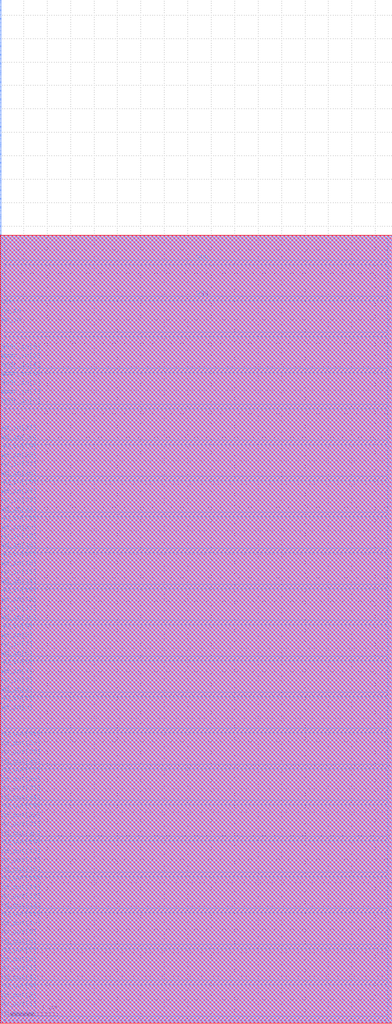
<source format=lef>
VERSION 5.7 ;
BUSBITCHARS "[]" ;
MACRO fakeram7_128x32
  FOREIGN fakeram7_128x32 0 0 ;
  SYMMETRY X Y R90 ;
  SIZE 8.360 BY 16.800 ;
  CLASS BLOCK ;
  PIN rd_out[0]
    DIRECTION OUTPUT ;
    USE SIGNAL ;
    SHAPE ABUTMENT ;
    PORT
      LAYER M4 ;
      RECT 0.000 0.096 0.024 0.120 ;
    END
  END rd_out[0]
  PIN rd_out[1]
    DIRECTION OUTPUT ;
    USE SIGNAL ;
    SHAPE ABUTMENT ;
    PORT
      LAYER M4 ;
      RECT 0.000 0.288 0.024 0.312 ;
    END
  END rd_out[1]
  PIN rd_out[2]
    DIRECTION OUTPUT ;
    USE SIGNAL ;
    SHAPE ABUTMENT ;
    PORT
      LAYER M4 ;
      RECT 0.000 0.480 0.024 0.504 ;
    END
  END rd_out[2]
  PIN rd_out[3]
    DIRECTION OUTPUT ;
    USE SIGNAL ;
    SHAPE ABUTMENT ;
    PORT
      LAYER M4 ;
      RECT 0.000 0.672 0.024 0.696 ;
    END
  END rd_out[3]
  PIN rd_out[4]
    DIRECTION OUTPUT ;
    USE SIGNAL ;
    SHAPE ABUTMENT ;
    PORT
      LAYER M4 ;
      RECT 0.000 0.864 0.024 0.888 ;
    END
  END rd_out[4]
  PIN rd_out[5]
    DIRECTION OUTPUT ;
    USE SIGNAL ;
    SHAPE ABUTMENT ;
    PORT
      LAYER M4 ;
      RECT 0.000 1.056 0.024 1.080 ;
    END
  END rd_out[5]
  PIN rd_out[6]
    DIRECTION OUTPUT ;
    USE SIGNAL ;
    SHAPE ABUTMENT ;
    PORT
      LAYER M4 ;
      RECT 0.000 1.248 0.024 1.272 ;
    END
  END rd_out[6]
  PIN rd_out[7]
    DIRECTION OUTPUT ;
    USE SIGNAL ;
    SHAPE ABUTMENT ;
    PORT
      LAYER M4 ;
      RECT 0.000 1.440 0.024 1.464 ;
    END
  END rd_out[7]
  PIN rd_out[8]
    DIRECTION OUTPUT ;
    USE SIGNAL ;
    SHAPE ABUTMENT ;
    PORT
      LAYER M4 ;
      RECT 0.000 1.632 0.024 1.656 ;
    END
  END rd_out[8]
  PIN rd_out[9]
    DIRECTION OUTPUT ;
    USE SIGNAL ;
    SHAPE ABUTMENT ;
    PORT
      LAYER M4 ;
      RECT 0.000 1.824 0.024 1.848 ;
    END
  END rd_out[9]
  PIN rd_out[10]
    DIRECTION OUTPUT ;
    USE SIGNAL ;
    SHAPE ABUTMENT ;
    PORT
      LAYER M4 ;
      RECT 0.000 2.016 0.024 2.040 ;
    END
  END rd_out[10]
  PIN rd_out[11]
    DIRECTION OUTPUT ;
    USE SIGNAL ;
    SHAPE ABUTMENT ;
    PORT
      LAYER M4 ;
      RECT 0.000 2.208 0.024 2.232 ;
    END
  END rd_out[11]
  PIN rd_out[12]
    DIRECTION OUTPUT ;
    USE SIGNAL ;
    SHAPE ABUTMENT ;
    PORT
      LAYER M4 ;
      RECT 0.000 2.400 0.024 2.424 ;
    END
  END rd_out[12]
  PIN rd_out[13]
    DIRECTION OUTPUT ;
    USE SIGNAL ;
    SHAPE ABUTMENT ;
    PORT
      LAYER M4 ;
      RECT 0.000 2.592 0.024 2.616 ;
    END
  END rd_out[13]
  PIN rd_out[14]
    DIRECTION OUTPUT ;
    USE SIGNAL ;
    SHAPE ABUTMENT ;
    PORT
      LAYER M4 ;
      RECT 0.000 2.784 0.024 2.808 ;
    END
  END rd_out[14]
  PIN rd_out[15]
    DIRECTION OUTPUT ;
    USE SIGNAL ;
    SHAPE ABUTMENT ;
    PORT
      LAYER M4 ;
      RECT 0.000 2.976 0.024 3.000 ;
    END
  END rd_out[15]
  PIN rd_out[16]
    DIRECTION OUTPUT ;
    USE SIGNAL ;
    SHAPE ABUTMENT ;
    PORT
      LAYER M4 ;
      RECT 0.000 3.168 0.024 3.192 ;
    END
  END rd_out[16]
  PIN rd_out[17]
    DIRECTION OUTPUT ;
    USE SIGNAL ;
    SHAPE ABUTMENT ;
    PORT
      LAYER M4 ;
      RECT 0.000 3.360 0.024 3.384 ;
    END
  END rd_out[17]
  PIN rd_out[18]
    DIRECTION OUTPUT ;
    USE SIGNAL ;
    SHAPE ABUTMENT ;
    PORT
      LAYER M4 ;
      RECT 0.000 3.552 0.024 3.576 ;
    END
  END rd_out[18]
  PIN rd_out[19]
    DIRECTION OUTPUT ;
    USE SIGNAL ;
    SHAPE ABUTMENT ;
    PORT
      LAYER M4 ;
      RECT 0.000 3.744 0.024 3.768 ;
    END
  END rd_out[19]
  PIN rd_out[20]
    DIRECTION OUTPUT ;
    USE SIGNAL ;
    SHAPE ABUTMENT ;
    PORT
      LAYER M4 ;
      RECT 0.000 3.936 0.024 3.960 ;
    END
  END rd_out[20]
  PIN rd_out[21]
    DIRECTION OUTPUT ;
    USE SIGNAL ;
    SHAPE ABUTMENT ;
    PORT
      LAYER M4 ;
      RECT 0.000 4.128 0.024 4.152 ;
    END
  END rd_out[21]
  PIN rd_out[22]
    DIRECTION OUTPUT ;
    USE SIGNAL ;
    SHAPE ABUTMENT ;
    PORT
      LAYER M4 ;
      RECT 0.000 4.320 0.024 4.344 ;
    END
  END rd_out[22]
  PIN rd_out[23]
    DIRECTION OUTPUT ;
    USE SIGNAL ;
    SHAPE ABUTMENT ;
    PORT
      LAYER M4 ;
      RECT 0.000 4.512 0.024 4.536 ;
    END
  END rd_out[23]
  PIN rd_out[24]
    DIRECTION OUTPUT ;
    USE SIGNAL ;
    SHAPE ABUTMENT ;
    PORT
      LAYER M4 ;
      RECT 0.000 4.704 0.024 4.728 ;
    END
  END rd_out[24]
  PIN rd_out[25]
    DIRECTION OUTPUT ;
    USE SIGNAL ;
    SHAPE ABUTMENT ;
    PORT
      LAYER M4 ;
      RECT 0.000 4.896 0.024 4.920 ;
    END
  END rd_out[25]
  PIN rd_out[26]
    DIRECTION OUTPUT ;
    USE SIGNAL ;
    SHAPE ABUTMENT ;
    PORT
      LAYER M4 ;
      RECT 0.000 5.088 0.024 5.112 ;
    END
  END rd_out[26]
  PIN rd_out[27]
    DIRECTION OUTPUT ;
    USE SIGNAL ;
    SHAPE ABUTMENT ;
    PORT
      LAYER M4 ;
      RECT 0.000 5.280 0.024 5.304 ;
    END
  END rd_out[27]
  PIN rd_out[28]
    DIRECTION OUTPUT ;
    USE SIGNAL ;
    SHAPE ABUTMENT ;
    PORT
      LAYER M4 ;
      RECT 0.000 5.472 0.024 5.496 ;
    END
  END rd_out[28]
  PIN rd_out[29]
    DIRECTION OUTPUT ;
    USE SIGNAL ;
    SHAPE ABUTMENT ;
    PORT
      LAYER M4 ;
      RECT 0.000 5.664 0.024 5.688 ;
    END
  END rd_out[29]
  PIN rd_out[30]
    DIRECTION OUTPUT ;
    USE SIGNAL ;
    SHAPE ABUTMENT ;
    PORT
      LAYER M4 ;
      RECT 0.000 5.856 0.024 5.880 ;
    END
  END rd_out[30]
  PIN rd_out[31]
    DIRECTION OUTPUT ;
    USE SIGNAL ;
    SHAPE ABUTMENT ;
    PORT
      LAYER M4 ;
      RECT 0.000 6.048 0.024 6.072 ;
    END
  END rd_out[31]
  PIN wd_in[0]
    DIRECTION INPUT ;
    USE SIGNAL ;
    SHAPE ABUTMENT ;
    PORT
      LAYER M4 ;
      RECT 0.000 6.624 0.024 6.648 ;
    END
  END wd_in[0]
  PIN wd_in[1]
    DIRECTION INPUT ;
    USE SIGNAL ;
    SHAPE ABUTMENT ;
    PORT
      LAYER M4 ;
      RECT 0.000 6.816 0.024 6.840 ;
    END
  END wd_in[1]
  PIN wd_in[2]
    DIRECTION INPUT ;
    USE SIGNAL ;
    SHAPE ABUTMENT ;
    PORT
      LAYER M4 ;
      RECT 0.000 7.008 0.024 7.032 ;
    END
  END wd_in[2]
  PIN wd_in[3]
    DIRECTION INPUT ;
    USE SIGNAL ;
    SHAPE ABUTMENT ;
    PORT
      LAYER M4 ;
      RECT 0.000 7.200 0.024 7.224 ;
    END
  END wd_in[3]
  PIN wd_in[4]
    DIRECTION INPUT ;
    USE SIGNAL ;
    SHAPE ABUTMENT ;
    PORT
      LAYER M4 ;
      RECT 0.000 7.392 0.024 7.416 ;
    END
  END wd_in[4]
  PIN wd_in[5]
    DIRECTION INPUT ;
    USE SIGNAL ;
    SHAPE ABUTMENT ;
    PORT
      LAYER M4 ;
      RECT 0.000 7.584 0.024 7.608 ;
    END
  END wd_in[5]
  PIN wd_in[6]
    DIRECTION INPUT ;
    USE SIGNAL ;
    SHAPE ABUTMENT ;
    PORT
      LAYER M4 ;
      RECT 0.000 7.776 0.024 7.800 ;
    END
  END wd_in[6]
  PIN wd_in[7]
    DIRECTION INPUT ;
    USE SIGNAL ;
    SHAPE ABUTMENT ;
    PORT
      LAYER M4 ;
      RECT 0.000 7.968 0.024 7.992 ;
    END
  END wd_in[7]
  PIN wd_in[8]
    DIRECTION INPUT ;
    USE SIGNAL ;
    SHAPE ABUTMENT ;
    PORT
      LAYER M4 ;
      RECT 0.000 8.160 0.024 8.184 ;
    END
  END wd_in[8]
  PIN wd_in[9]
    DIRECTION INPUT ;
    USE SIGNAL ;
    SHAPE ABUTMENT ;
    PORT
      LAYER M4 ;
      RECT 0.000 8.352 0.024 8.376 ;
    END
  END wd_in[9]
  PIN wd_in[10]
    DIRECTION INPUT ;
    USE SIGNAL ;
    SHAPE ABUTMENT ;
    PORT
      LAYER M4 ;
      RECT 0.000 8.544 0.024 8.568 ;
    END
  END wd_in[10]
  PIN wd_in[11]
    DIRECTION INPUT ;
    USE SIGNAL ;
    SHAPE ABUTMENT ;
    PORT
      LAYER M4 ;
      RECT 0.000 8.736 0.024 8.760 ;
    END
  END wd_in[11]
  PIN wd_in[12]
    DIRECTION INPUT ;
    USE SIGNAL ;
    SHAPE ABUTMENT ;
    PORT
      LAYER M4 ;
      RECT 0.000 8.928 0.024 8.952 ;
    END
  END wd_in[12]
  PIN wd_in[13]
    DIRECTION INPUT ;
    USE SIGNAL ;
    SHAPE ABUTMENT ;
    PORT
      LAYER M4 ;
      RECT 0.000 9.120 0.024 9.144 ;
    END
  END wd_in[13]
  PIN wd_in[14]
    DIRECTION INPUT ;
    USE SIGNAL ;
    SHAPE ABUTMENT ;
    PORT
      LAYER M4 ;
      RECT 0.000 9.312 0.024 9.336 ;
    END
  END wd_in[14]
  PIN wd_in[15]
    DIRECTION INPUT ;
    USE SIGNAL ;
    SHAPE ABUTMENT ;
    PORT
      LAYER M4 ;
      RECT 0.000 9.504 0.024 9.528 ;
    END
  END wd_in[15]
  PIN wd_in[16]
    DIRECTION INPUT ;
    USE SIGNAL ;
    SHAPE ABUTMENT ;
    PORT
      LAYER M4 ;
      RECT 0.000 9.696 0.024 9.720 ;
    END
  END wd_in[16]
  PIN wd_in[17]
    DIRECTION INPUT ;
    USE SIGNAL ;
    SHAPE ABUTMENT ;
    PORT
      LAYER M4 ;
      RECT 0.000 9.888 0.024 9.912 ;
    END
  END wd_in[17]
  PIN wd_in[18]
    DIRECTION INPUT ;
    USE SIGNAL ;
    SHAPE ABUTMENT ;
    PORT
      LAYER M4 ;
      RECT 0.000 10.080 0.024 10.104 ;
    END
  END wd_in[18]
  PIN wd_in[19]
    DIRECTION INPUT ;
    USE SIGNAL ;
    SHAPE ABUTMENT ;
    PORT
      LAYER M4 ;
      RECT 0.000 10.272 0.024 10.296 ;
    END
  END wd_in[19]
  PIN wd_in[20]
    DIRECTION INPUT ;
    USE SIGNAL ;
    SHAPE ABUTMENT ;
    PORT
      LAYER M4 ;
      RECT 0.000 10.464 0.024 10.488 ;
    END
  END wd_in[20]
  PIN wd_in[21]
    DIRECTION INPUT ;
    USE SIGNAL ;
    SHAPE ABUTMENT ;
    PORT
      LAYER M4 ;
      RECT 0.000 10.656 0.024 10.680 ;
    END
  END wd_in[21]
  PIN wd_in[22]
    DIRECTION INPUT ;
    USE SIGNAL ;
    SHAPE ABUTMENT ;
    PORT
      LAYER M4 ;
      RECT 0.000 10.848 0.024 10.872 ;
    END
  END wd_in[22]
  PIN wd_in[23]
    DIRECTION INPUT ;
    USE SIGNAL ;
    SHAPE ABUTMENT ;
    PORT
      LAYER M4 ;
      RECT 0.000 11.040 0.024 11.064 ;
    END
  END wd_in[23]
  PIN wd_in[24]
    DIRECTION INPUT ;
    USE SIGNAL ;
    SHAPE ABUTMENT ;
    PORT
      LAYER M4 ;
      RECT 0.000 11.232 0.024 11.256 ;
    END
  END wd_in[24]
  PIN wd_in[25]
    DIRECTION INPUT ;
    USE SIGNAL ;
    SHAPE ABUTMENT ;
    PORT
      LAYER M4 ;
      RECT 0.000 11.424 0.024 11.448 ;
    END
  END wd_in[25]
  PIN wd_in[26]
    DIRECTION INPUT ;
    USE SIGNAL ;
    SHAPE ABUTMENT ;
    PORT
      LAYER M4 ;
      RECT 0.000 11.616 0.024 11.640 ;
    END
  END wd_in[26]
  PIN wd_in[27]
    DIRECTION INPUT ;
    USE SIGNAL ;
    SHAPE ABUTMENT ;
    PORT
      LAYER M4 ;
      RECT 0.000 11.808 0.024 11.832 ;
    END
  END wd_in[27]
  PIN wd_in[28]
    DIRECTION INPUT ;
    USE SIGNAL ;
    SHAPE ABUTMENT ;
    PORT
      LAYER M4 ;
      RECT 0.000 12.000 0.024 12.024 ;
    END
  END wd_in[28]
  PIN wd_in[29]
    DIRECTION INPUT ;
    USE SIGNAL ;
    SHAPE ABUTMENT ;
    PORT
      LAYER M4 ;
      RECT 0.000 12.192 0.024 12.216 ;
    END
  END wd_in[29]
  PIN wd_in[30]
    DIRECTION INPUT ;
    USE SIGNAL ;
    SHAPE ABUTMENT ;
    PORT
      LAYER M4 ;
      RECT 0.000 12.384 0.024 12.408 ;
    END
  END wd_in[30]
  PIN wd_in[31]
    DIRECTION INPUT ;
    USE SIGNAL ;
    SHAPE ABUTMENT ;
    PORT
      LAYER M4 ;
      RECT 0.000 12.576 0.024 12.600 ;
    END
  END wd_in[31]
  PIN addr_in[0]
    DIRECTION INPUT ;
    USE SIGNAL ;
    SHAPE ABUTMENT ;
    PORT
      LAYER M4 ;
      RECT 0.000 13.152 0.024 13.176 ;
    END
  END addr_in[0]
  PIN addr_in[1]
    DIRECTION INPUT ;
    USE SIGNAL ;
    SHAPE ABUTMENT ;
    PORT
      LAYER M4 ;
      RECT 0.000 13.344 0.024 13.368 ;
    END
  END addr_in[1]
  PIN addr_in[2]
    DIRECTION INPUT ;
    USE SIGNAL ;
    SHAPE ABUTMENT ;
    PORT
      LAYER M4 ;
      RECT 0.000 13.536 0.024 13.560 ;
    END
  END addr_in[2]
  PIN addr_in[3]
    DIRECTION INPUT ;
    USE SIGNAL ;
    SHAPE ABUTMENT ;
    PORT
      LAYER M4 ;
      RECT 0.000 13.728 0.024 13.752 ;
    END
  END addr_in[3]
  PIN addr_in[4]
    DIRECTION INPUT ;
    USE SIGNAL ;
    SHAPE ABUTMENT ;
    PORT
      LAYER M4 ;
      RECT 0.000 13.920 0.024 13.944 ;
    END
  END addr_in[4]
  PIN addr_in[5]
    DIRECTION INPUT ;
    USE SIGNAL ;
    SHAPE ABUTMENT ;
    PORT
      LAYER M4 ;
      RECT 0.000 14.112 0.024 14.136 ;
    END
  END addr_in[5]
  PIN addr_in[6]
    DIRECTION INPUT ;
    USE SIGNAL ;
    SHAPE ABUTMENT ;
    PORT
      LAYER M4 ;
      RECT 0.000 14.304 0.024 14.328 ;
    END
  END addr_in[6]
  PIN we_in
    DIRECTION INPUT ;
    USE SIGNAL ;
    SHAPE ABUTMENT ;
    PORT
      LAYER M4 ;
      RECT 0.000 14.880 0.024 14.904 ;
    END
  END we_in
  PIN ce_in
    DIRECTION INPUT ;
    USE SIGNAL ;
    SHAPE ABUTMENT ;
    PORT
      LAYER M4 ;
      RECT 0.000 15.072 0.024 15.096 ;
    END
  END ce_in
  PIN clk
    DIRECTION INPUT ;
    USE CLOCK ;
    SHAPE ABUTMENT ;
    PORT
      LAYER M4 ;
      RECT 0.000 15.264 0.024 15.288 ;
    END
  END clk
  PIN VSS
    DIRECTION INOUT ;
    USE GROUND ;
    PORT
      LAYER M4 ;
      RECT 0.096 0.048 8.264 0.144 ;
      RECT 0.096 1.584 8.264 1.680 ;
      RECT 0.096 3.120 8.264 3.216 ;
      RECT 0.096 4.656 8.264 4.752 ;
      RECT 0.096 6.192 8.264 6.288 ;
      RECT 0.096 7.728 8.264 7.824 ;
      RECT 0.096 9.264 8.264 9.360 ;
      RECT 0.096 10.800 8.264 10.896 ;
      RECT 0.096 12.336 8.264 12.432 ;
      RECT 0.096 13.872 8.264 13.968 ;
      RECT 0.096 15.408 8.264 15.504 ;
    END
  END VSS
  PIN VDD
    DIRECTION INOUT ;
    USE POWER ;
    PORT
      LAYER M4 ;
      RECT 0.096 0.816 8.264 0.912 ;
      RECT 0.096 2.352 8.264 2.448 ;
      RECT 0.096 3.888 8.264 3.984 ;
      RECT 0.096 5.424 8.264 5.520 ;
      RECT 0.096 6.960 8.264 7.056 ;
      RECT 0.096 8.496 8.264 8.592 ;
      RECT 0.096 10.032 8.264 10.128 ;
      RECT 0.096 11.568 8.264 11.664 ;
      RECT 0.096 13.104 8.264 13.200 ;
      RECT 0.096 14.640 8.264 14.736 ;
      RECT 0.096 16.176 8.264 16.272 ;
    END
  END VDD
  OBS
    LAYER M1 ;
    RECT 0 0 8.360 16.800 ;
    LAYER M2 ;
    RECT 0 0 8.360 16.800 ;
    LAYER M3 ;
    RECT 0 0 8.360 16.800 ;
    LAYER M4 ;
    RECT 0.024 0 0.096 16.800 ;
    RECT 8.264 0 8.360 16.800 ;
    RECT 0.096 0.000 8.264 0.048 ;
    RECT 0.096 0.144 8.264 0.816 ;
    RECT 0.096 0.912 8.264 1.584 ;
    RECT 0.096 1.680 8.264 2.352 ;
    RECT 0.096 2.448 8.264 3.120 ;
    RECT 0.096 3.216 8.264 3.888 ;
    RECT 0.096 3.984 8.264 4.656 ;
    RECT 0.096 4.752 8.264 5.424 ;
    RECT 0.096 5.520 8.264 6.192 ;
    RECT 0.096 6.288 8.264 6.960 ;
    RECT 0.096 7.056 8.264 7.728 ;
    RECT 0.096 7.824 8.264 8.496 ;
    RECT 0.096 8.592 8.264 9.264 ;
    RECT 0.096 9.360 8.264 10.032 ;
    RECT 0.096 10.128 8.264 10.800 ;
    RECT 0.096 10.896 8.264 11.568 ;
    RECT 0.096 11.664 8.264 12.336 ;
    RECT 0.096 12.432 8.264 13.104 ;
    RECT 0.096 13.200 8.264 13.872 ;
    RECT 0.096 13.968 8.264 14.640 ;
    RECT 0.096 14.736 8.264 15.408 ;
    RECT 0.096 15.504 8.264 16.176 ;
    RECT 0.096 16.272 8.264 16.800 ;
    RECT 0 0.000 0.024 0.096 ;
    RECT 0 0.120 0.024 0.288 ;
    RECT 0 0.312 0.024 0.480 ;
    RECT 0 0.504 0.024 0.672 ;
    RECT 0 0.696 0.024 0.864 ;
    RECT 0 0.888 0.024 1.056 ;
    RECT 0 1.080 0.024 1.248 ;
    RECT 0 1.272 0.024 1.440 ;
    RECT 0 1.464 0.024 1.632 ;
    RECT 0 1.656 0.024 1.824 ;
    RECT 0 1.848 0.024 2.016 ;
    RECT 0 2.040 0.024 2.208 ;
    RECT 0 2.232 0.024 2.400 ;
    RECT 0 2.424 0.024 2.592 ;
    RECT 0 2.616 0.024 2.784 ;
    RECT 0 2.808 0.024 2.976 ;
    RECT 0 3.000 0.024 3.168 ;
    RECT 0 3.192 0.024 3.360 ;
    RECT 0 3.384 0.024 3.552 ;
    RECT 0 3.576 0.024 3.744 ;
    RECT 0 3.768 0.024 3.936 ;
    RECT 0 3.960 0.024 4.128 ;
    RECT 0 4.152 0.024 4.320 ;
    RECT 0 4.344 0.024 4.512 ;
    RECT 0 4.536 0.024 4.704 ;
    RECT 0 4.728 0.024 4.896 ;
    RECT 0 4.920 0.024 5.088 ;
    RECT 0 5.112 0.024 5.280 ;
    RECT 0 5.304 0.024 5.472 ;
    RECT 0 5.496 0.024 5.664 ;
    RECT 0 5.688 0.024 5.856 ;
    RECT 0 5.880 0.024 6.048 ;
    RECT 0 6.072 0.024 6.624 ;
    RECT 0 6.648 0.024 6.816 ;
    RECT 0 6.840 0.024 7.008 ;
    RECT 0 7.032 0.024 7.200 ;
    RECT 0 7.224 0.024 7.392 ;
    RECT 0 7.416 0.024 7.584 ;
    RECT 0 7.608 0.024 7.776 ;
    RECT 0 7.800 0.024 7.968 ;
    RECT 0 7.992 0.024 8.160 ;
    RECT 0 8.184 0.024 8.352 ;
    RECT 0 8.376 0.024 8.544 ;
    RECT 0 8.568 0.024 8.736 ;
    RECT 0 8.760 0.024 8.928 ;
    RECT 0 8.952 0.024 9.120 ;
    RECT 0 9.144 0.024 9.312 ;
    RECT 0 9.336 0.024 9.504 ;
    RECT 0 9.528 0.024 9.696 ;
    RECT 0 9.720 0.024 9.888 ;
    RECT 0 9.912 0.024 10.080 ;
    RECT 0 10.104 0.024 10.272 ;
    RECT 0 10.296 0.024 10.464 ;
    RECT 0 10.488 0.024 10.656 ;
    RECT 0 10.680 0.024 10.848 ;
    RECT 0 10.872 0.024 11.040 ;
    RECT 0 11.064 0.024 11.232 ;
    RECT 0 11.256 0.024 11.424 ;
    RECT 0 11.448 0.024 11.616 ;
    RECT 0 11.640 0.024 11.808 ;
    RECT 0 11.832 0.024 12.000 ;
    RECT 0 12.024 0.024 12.192 ;
    RECT 0 12.216 0.024 12.384 ;
    RECT 0 12.408 0.024 12.576 ;
    RECT 0 12.600 0.024 13.152 ;
    RECT 0 13.176 0.024 13.344 ;
    RECT 0 13.368 0.024 13.536 ;
    RECT 0 13.560 0.024 13.728 ;
    RECT 0 13.752 0.024 13.920 ;
    RECT 0 13.944 0.024 14.112 ;
    RECT 0 14.136 0.024 14.304 ;
    RECT 0 14.328 0.024 14.496 ;
    RECT 0 14.520 0.024 14.688 ;
    RECT 0 14.712 0.024 14.880 ;
    RECT 0 14.904 0.024 15.072 ;
    RECT 0 15.096 0.024 15.264 ;
    RECT 0 15.288 0.024 15.456 ;
    RECT 0 15.480 0.024 15.648 ;
    RECT 0 15.672 0.024 15.840 ;
    RECT 0 15.864 0.024 16.032 ;
    RECT 0 16.056 0.024 16.224 ;
    RECT 0 16.248 0.024 16.416 ;
    RECT 0 16.440 0.024 16.608 ;
    RECT 0 16.632 0.024 16.800 ;
    RECT 0 16.824 0.024 16.992 ;
    RECT 0 17.016 0.024 17.184 ;
    RECT 0 17.208 0.024 17.376 ;
    RECT 0 17.400 0.024 17.568 ;
    RECT 0 17.592 0.024 17.760 ;
    RECT 0 17.784 0.024 17.952 ;
    RECT 0 17.976 0.024 18.144 ;
    RECT 0 18.168 0.024 18.336 ;
    RECT 0 18.360 0.024 18.528 ;
    RECT 0 18.552 0.024 18.720 ;
    RECT 0 18.744 0.024 18.912 ;
    RECT 0 18.936 0.024 19.104 ;
    RECT 0 19.128 0.024 19.680 ;
    RECT 0 19.704 0.024 19.872 ;
    RECT 0 19.896 0.024 20.064 ;
    RECT 0 20.088 0.024 20.256 ;
    RECT 0 20.280 0.024 20.448 ;
    RECT 0 20.472 0.024 20.640 ;
    RECT 0 20.664 0.024 20.832 ;
    RECT 0 20.856 0.024 21.408 ;
    RECT 0 21.432 0.024 21.600 ;
    RECT 0 21.624 0.024 21.792 ;
    RECT 0 21.816 0.024 16.800 ;
    LAYER OVERLAP ;
    RECT 0 0 8.360 16.800 ;
  END
END fakeram7_128x32

END LIBRARY

</source>
